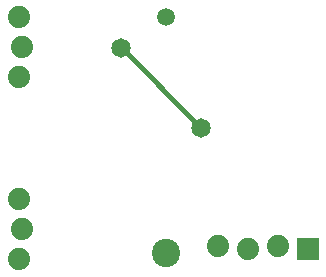
<source format=gbl>
G75*
%MOIN*%
%OFA0B0*%
%FSLAX24Y24*%
%IPPOS*%
%LPD*%
%AMOC8*
5,1,8,0,0,1.08239X$1,22.5*
%
%ADD10C,0.0594*%
%ADD11C,0.0945*%
%ADD12C,0.0740*%
%ADD13R,0.0740X0.0740*%
%ADD14C,0.0650*%
%ADD15C,0.0160*%
D10*
X007592Y009481D03*
D11*
X007592Y001611D03*
D12*
X002697Y001400D03*
X002797Y002400D03*
X002697Y003400D03*
X009321Y001828D03*
X010321Y001728D03*
X011321Y001828D03*
X002693Y007463D03*
X002793Y008463D03*
X002693Y009463D03*
D13*
X012321Y001728D03*
D14*
X008770Y005782D03*
X006083Y008459D03*
D15*
X006089Y008459D01*
X006089Y008463D01*
X008770Y005782D01*
M02*

</source>
